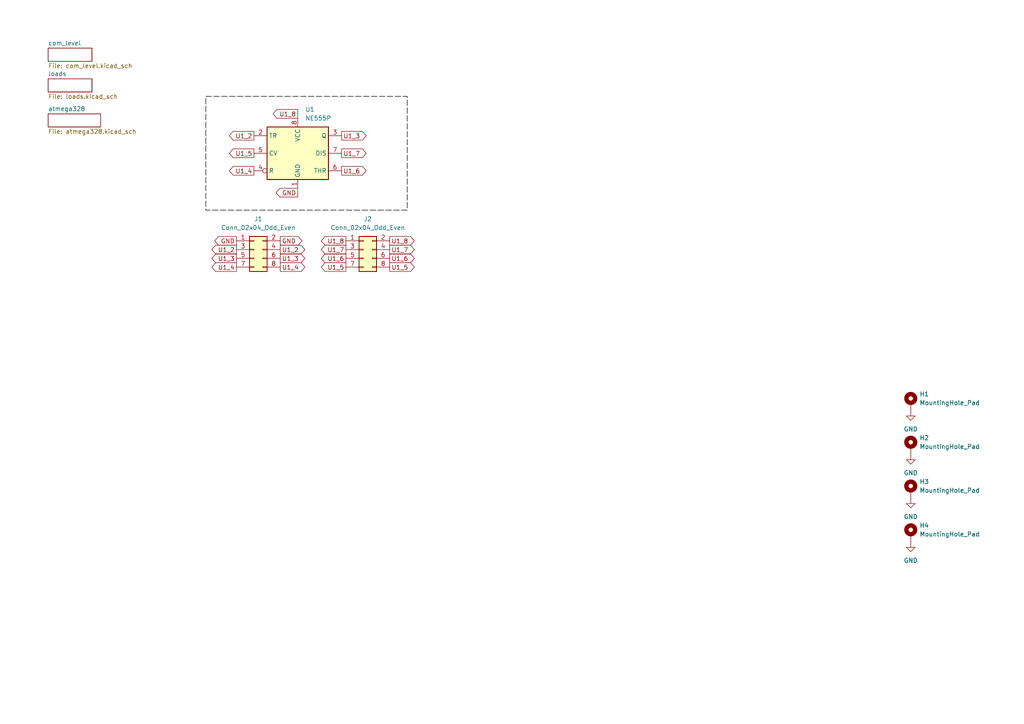
<source format=kicad_sch>
(kicad_sch (version 20250114) (generator "eeschema") (generator_version "9.0")
  (paper "A4")
  (title_block (title "CAN_Board") (date "2025-10-26") (rev "1.0") (company "PKl"))
  (lib_symbols
    (symbol "Connector_Generic:Conn_02x04_Odd_Even" (pin_names (offset 1.016) (hide yes))
      (property "Reference" "J" (at 1.27 5.08 0))
      (property "Value" "Conn_02x04_Odd_Even" (at 1.27 -7.62 0))
      (symbol "Conn_02x04_Odd_Even_1_1"
        (rectangle (start -1.27 3.81) (end 3.81 -6.35) (stroke (width 0.254)) (fill (type background)))
        (rectangle (start -1.27 2.667) (end 0 2.413) (stroke (width 0.1524)))
        (rectangle (start -1.27 0.127) (end 0 -0.127) (stroke (width 0.1524)))
        (rectangle (start -1.27 -2.413) (end 0 -2.667) (stroke (width 0.1524)))
        (rectangle (start -1.27 -4.953) (end 0 -5.207) (stroke (width 0.1524)))
        (rectangle (start 3.81 2.667) (end 2.54 2.413) (stroke (width 0.1524)))
        (rectangle (start 3.81 0.127) (end 2.54 -0.127) (stroke (width 0.1524)))
        (rectangle (start 3.81 -2.413) (end 2.54 -2.667) (stroke (width 0.1524)))
        (rectangle (start 3.81 -4.953) (end 2.54 -5.207) (stroke (width 0.1524)))
        (pin passive line (at -5.08 2.54 0) (length 3.81) (name "Pin_1") (number "1"))
        (pin passive line (at -5.08 0 0) (length 3.81) (name "Pin_3") (number "3"))
        (pin passive line (at -5.08 -2.54 0) (length 3.81) (name "Pin_5") (number "5"))
        (pin passive line (at -5.08 -5.08 0) (length 3.81) (name "Pin_7") (number "7"))
        (pin passive line (at 7.62 2.54 180) (length 3.81) (name "Pin_2") (number "2"))
        (pin passive line (at 7.62 0 180) (length 3.81) (name "Pin_4") (number "4"))
        (pin passive line (at 7.62 -2.54 180) (length 3.81) (name "Pin_6") (number "6"))
        (pin passive line (at 7.62 -5.08 180) (length 3.81) (name "Pin_8") (number "8"))
      )
    )
    (symbol "Mechanical:MountingHole_Pad" (pin_numbers (hide yes)) (pin_names (offset 1.016) (hide yes)) (in_bom no)
      (property "Reference" "H" (at 0 6.35 0))
      (property "Value" "MountingHole_Pad" (at 0 4.445 0))
      (symbol "MountingHole_Pad_0_1"
        (circle (center 0 1.27) (radius 1.27) (stroke (width 1.27)))
      )
      (symbol "MountingHole_Pad_1_1"
        (pin input line (at 0 -2.54 90) (length 2.54) (name "1") (number "1"))
      )
    )
    (symbol "Timer:NE555P"
      (property "Reference" "U" (at -10.16 8.89 0))
      (property "Value" "NE555P" (at 2.54 8.89 0))
      (symbol "NE555P_0_0"
        (pin power_in line (at 0 10.16 270) (length 2.54) (name "VCC") (number "8"))
        (pin power_in line (at 0 -10.16 90) (length 2.54) (name "GND") (number "1"))
      )
      (symbol "NE555P_0_1"
        (rectangle (start -8.89 -7.62) (end 8.89 7.62) (stroke (width 0.254)) (fill (type background)))
        (rectangle (start -8.89 -7.62) (end 8.89 7.62) (stroke (width 0.254)) (fill (type background)))
      )
      (symbol "NE555P_1_1"
        (pin input line (at -12.7 5.08 0) (length 3.81) (name "TR") (number "2"))
        (pin input line (at -12.7 0 0) (length 3.81) (name "CV") (number "5"))
        (pin input inverted (at -12.7 -5.08 0) (length 3.81) (name "R") (number "4"))
        (pin output line (at 12.7 5.08 180) (length 3.81) (name "Q") (number "3"))
        (pin input line (at 12.7 0 180) (length 3.81) (name "DIS") (number "7"))
        (pin input line (at 12.7 -5.08 180) (length 3.81) (name "THR") (number "6"))
      )
    )
    (symbol "power:GND" (power) (pin_numbers (hide yes)) (pin_names (offset 0) (hide yes))
      (property "Value" "GND" (at 0 -3.81 0))
      (symbol "GND_0_1"
        (polyline (pts (xy 0 0) (xy 0 -1.27) (xy 1.27 -1.27) (xy 0 -2.54) (xy -1.27 -1.27) (xy 0 -1.27)))
      )
      (symbol "GND_1_1"
        (pin power_in line (at 0 0 270) (length 0) (name "~") (number "1"))
      )
    )
  )
  (rectangle (start 59.69 27.94) (end 118.11 60.96) (stroke (width 0) (type dash) (color 0 0 0 1)))
  (wire (pts (xy 86.36 55.88) (xy 86.36 54.61)))
  (wire (pts (xy 86.36 33.02) (xy 86.36 34.29)))
  (global_label "U1_5" (shape output) (at 113.03 77.47 0) (property "Intersheetrefs" "${INTERSHEET_REFS}" (effects (hide yes))))
  (global_label "U1_6" (shape output) (at 113.03 74.93 0) (property "Intersheetrefs" "${INTERSHEET_REFS}" (effects (hide yes))))
  (global_label "GND" (shape output) (at 81.28 69.85 0) (property "Intersheetrefs" "${INTERSHEET_REFS}" (effects (hide yes))))
  (global_label "U1_6" (shape output) (at 99.06 49.53 0) (property "Intersheetrefs" "${INTERSHEET_REFS}" (effects (hide yes))))
  (global_label "U1_6" (shape output) (at 100.33 74.93 180) (property "Intersheetrefs" "${INTERSHEET_REFS}" (effects (hide yes))))
  (global_label "GND" (shape output) (at 86.36 55.88 180) (property "Intersheetrefs" "${INTERSHEET_REFS}" (effects (hide yes))))
  (global_label "U1_5" (shape output) (at 100.33 77.47 180) (property "Intersheetrefs" "${INTERSHEET_REFS}" (effects (hide yes))))
  (global_label "U1_4" (shape output) (at 81.28 77.47 0) (property "Intersheetrefs" "${INTERSHEET_REFS}" (effects (hide yes))))
  (global_label "U1_2" (shape output) (at 73.66 39.37 180) (property "Intersheetrefs" "${INTERSHEET_REFS}" (effects (hide yes))))
  (global_label "U1_3" (shape output) (at 99.06 39.37 0) (property "Intersheetrefs" "${INTERSHEET_REFS}" (effects (hide yes))))
  (global_label "U1_7" (shape output) (at 99.06 44.45 0) (property "Intersheetrefs" "${INTERSHEET_REFS}" (effects (hide yes))))
  (global_label "GND" (shape output) (at 68.58 69.85 180) (property "Intersheetrefs" "${INTERSHEET_REFS}" (effects (hide yes))))
  (global_label "U1_8" (shape output) (at 86.36 33.02 180) (property "Intersheetrefs" "${INTERSHEET_REFS}" (effects (hide yes))))
  (global_label "U1_8" (shape output) (at 113.03 69.85 0) (property "Intersheetrefs" "${INTERSHEET_REFS}" (effects (hide yes))))
  (global_label "U1_5" (shape output) (at 73.66 44.45 180) (property "Intersheetrefs" "${INTERSHEET_REFS}" (effects (hide yes))))
  (global_label "U1_2" (shape output) (at 81.28 72.39 0) (property "Intersheetrefs" "${INTERSHEET_REFS}" (effects (hide yes))))
  (global_label "U1_3" (shape output) (at 81.28 74.93 0) (property "Intersheetrefs" "${INTERSHEET_REFS}" (effects (hide yes))))
  (global_label "U1_2" (shape output) (at 68.58 72.39 180) (property "Intersheetrefs" "${INTERSHEET_REFS}" (effects (hide yes))))
  (global_label "U1_8" (shape output) (at 100.33 69.85 180) (property "Intersheetrefs" "${INTERSHEET_REFS}" (effects (hide yes))))
  (global_label "U1_3" (shape output) (at 68.58 74.93 180) (property "Intersheetrefs" "${INTERSHEET_REFS}" (effects (hide yes))))
  (global_label "U1_7" (shape output) (at 100.33 72.39 180) (property "Intersheetrefs" "${INTERSHEET_REFS}" (effects (hide yes))))
  (global_label "U1_4" (shape output) (at 73.66 49.53 180) (property "Intersheetrefs" "${INTERSHEET_REFS}" (effects (hide yes))))
  (global_label "U1_7" (shape output) (at 113.03 72.39 0) (property "Intersheetrefs" "${INTERSHEET_REFS}" (effects (hide yes))))
  (global_label "U1_4" (shape output) (at 68.58 77.47 180) (property "Intersheetrefs" "${INTERSHEET_REFS}" (effects (hide yes))))
  (symbol (lib_id "Connector_Generic:Conn_02x04_Odd_Even") (at 105.41 72.39 0) (unit 1)
    (property "Reference" "J2" (at 106.68 63.5 0))
    (property "Value" "Conn_02x04_Odd_Even" (at 106.68 66.04 0))
    (property "Footprint" "Connector_PinHeader_2.54mm:PinHeader_2x04_P2.54mm_Vertical" (effects (hide yes)))
    (property "Description" "Generic connector, double row, 02x04, odd/even pin numbering scheme (row 1 odd numbers, row 2 even numbers), script generated (kicad-library-utils/schlib/autogen/connector/)" (effects (hide yes)))
  )
  (symbol (lib_id "power:GND") (at 264.16 144.78 0) (unit 1)
    (property "Reference" "#PWR03" (effects (hide yes)))
    (property "Value" "GND" (at 264.16 149.86 0))
    (property "Description" "Power symbol creates a global label with name \"GND\" , ground" (effects (hide yes)))
  )
  (symbol (lib_id "Mechanical:MountingHole_Pad") (at 264.16 116.84 0) (unit 1) (in_bom no)
    (property "Reference" "H1" (at 266.7 114.2999 0) (effects (justify left)))
    (property "Value" "MountingHole_Pad" (at 266.7 116.8399 0) (effects (justify left)))
    (property "Footprint" "MountingHole:MountingHole_3.2mm_M3_DIN965_Pad" (effects (hide yes)))
    (property "Description" "Mounting Hole with connection" (effects (hide yes)))
  )
  (symbol (lib_id "Mechanical:MountingHole_Pad") (at 264.16 129.54 0) (unit 1) (in_bom no)
    (property "Reference" "H2" (at 266.7 126.9999 0) (effects (justify left)))
    (property "Value" "MountingHole_Pad" (at 266.7 129.5399 0) (effects (justify left)))
    (property "Footprint" "MountingHole:MountingHole_3.2mm_M3_DIN965_Pad" (effects (hide yes)))
    (property "Description" "Mounting Hole with connection" (effects (hide yes)))
  )
  (symbol (lib_id "power:GND") (at 264.16 157.48 0) (unit 1)
    (property "Reference" "#PWR04" (effects (hide yes)))
    (property "Value" "GND" (at 264.16 162.56 0))
    (property "Description" "Power symbol creates a global label with name \"GND\" , ground" (effects (hide yes)))
  )
  (symbol (lib_id "power:GND") (at 264.16 119.38 0) (unit 1)
    (property "Reference" "#PWR01" (effects (hide yes)))
    (property "Value" "GND" (at 264.16 124.46 0))
    (property "Description" "Power symbol creates a global label with name \"GND\" , ground" (effects (hide yes)))
  )
  (symbol (lib_id "Timer:NE555P") (at 86.36 44.45 0) (unit 1)
    (property "Reference" "U1" (at 88.5033 31.75 0) (effects (justify left)))
    (property "Value" "NE555P" (at 88.5033 34.29 0) (effects (justify left)))
    (property "Footprint" "Package_DIP:DIP-8_W7.62mm" (effects (hide yes)))
    (property "Datasheet" "http://www.ti.com/lit/ds/symlink/ne555.pdf" (effects (hide yes)))
    (property "Description" "Precision Timers, 555 compatible,  PDIP-8" (effects (hide yes)))
  )
  (symbol (lib_id "Mechanical:MountingHole_Pad") (at 264.16 142.24 0) (unit 1) (in_bom no)
    (property "Reference" "H3" (at 266.7 139.6999 0) (effects (justify left)))
    (property "Value" "MountingHole_Pad" (at 266.7 142.2399 0) (effects (justify left)))
    (property "Footprint" "MountingHole:MountingHole_3.2mm_M3_DIN965_Pad" (effects (hide yes)))
    (property "Description" "Mounting Hole with connection" (effects (hide yes)))
  )
  (symbol (lib_id "power:GND") (at 264.16 132.08 0) (unit 1)
    (property "Reference" "#PWR02" (effects (hide yes)))
    (property "Value" "GND" (at 264.16 137.16 0))
    (property "Description" "Power symbol creates a global label with name \"GND\" , ground" (effects (hide yes)))
  )
  (symbol (lib_id "Mechanical:MountingHole_Pad") (at 264.16 154.94 0) (unit 1) (in_bom no)
    (property "Reference" "H4" (at 266.7 152.3999 0) (effects (justify left)))
    (property "Value" "MountingHole_Pad" (at 266.7 154.9399 0) (effects (justify left)))
    (property "Footprint" "MountingHole:MountingHole_3.2mm_M3_DIN965_Pad" (effects (hide yes)))
    (property "Description" "Mounting Hole with connection" (effects (hide yes)))
  )
  (symbol (lib_id "Connector_Generic:Conn_02x04_Odd_Even") (at 73.66 72.39 0) (unit 1)
    (property "Reference" "J1" (at 74.93 63.5 0))
    (property "Value" "Conn_02x04_Odd_Even" (at 74.93 66.04 0))
    (property "Footprint" "Connector_PinHeader_2.54mm:PinHeader_2x04_P2.54mm_Vertical" (effects (hide yes)))
    (property "Description" "Generic connector, double row, 02x04, odd/even pin numbering scheme (row 1 odd numbers, row 2 even numbers), script generated (kicad-library-utils/schlib/autogen/connector/)" (effects (hide yes)))
  )
  (sheet (at 13.97 33.02) (size 15.24 3.81) (stroke (width 0.1524))
    (property "Sheetname" "atmega328" (at 13.97 32.3084 0) (effects (justify left bottom)))
    (property "Sheetfile" "atmega328.kicad_sch" (at 13.97 37.4146 0) (effects (justify left top)))
  )
  (sheet (at 13.97 22.86) (size 12.7 3.81) (stroke (width 0.1524))
    (property "Sheetname" "loads" (at 13.97 22.1484 0) (effects (justify left bottom)))
    (property "Sheetfile" "loads.kicad_sch" (at 13.97 27.2546 0) (effects (justify left top)))
  )
  (sheet (at 13.97 13.97) (size 12.7 3.81) (stroke (width 0.1524))
    (property "Sheetname" "com_level" (at 13.97 13.2584 0) (effects (justify left bottom)))
    (property "Sheetfile" "com_level.kicad_sch" (at 13.97 18.3646 0) (effects (justify left top)))
  )
)
</source>
